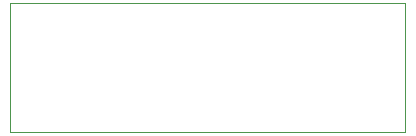
<source format=gbr>
%TF.GenerationSoftware,KiCad,Pcbnew,5.1.9+dfsg1-1*%
%TF.CreationDate,2021-08-01T21:30:50+03:00*%
%TF.ProjectId,neogeo_aadc,6e656f67-656f-45f6-9161-64632e6b6963,rev?*%
%TF.SameCoordinates,Original*%
%TF.FileFunction,Profile,NP*%
%FSLAX46Y46*%
G04 Gerber Fmt 4.6, Leading zero omitted, Abs format (unit mm)*
G04 Created by KiCad (PCBNEW 5.1.9+dfsg1-1) date 2021-08-01 21:30:50*
%MOMM*%
%LPD*%
G01*
G04 APERTURE LIST*
%TA.AperFunction,Profile*%
%ADD10C,0.100000*%
%TD*%
G04 APERTURE END LIST*
D10*
X49390000Y-21220000D02*
X49390000Y-32120000D01*
X15970000Y-21220000D02*
X49390000Y-21220000D01*
X15970000Y-32120000D02*
X15970000Y-21220000D01*
X49390000Y-32120000D02*
X15970000Y-32120000D01*
M02*

</source>
